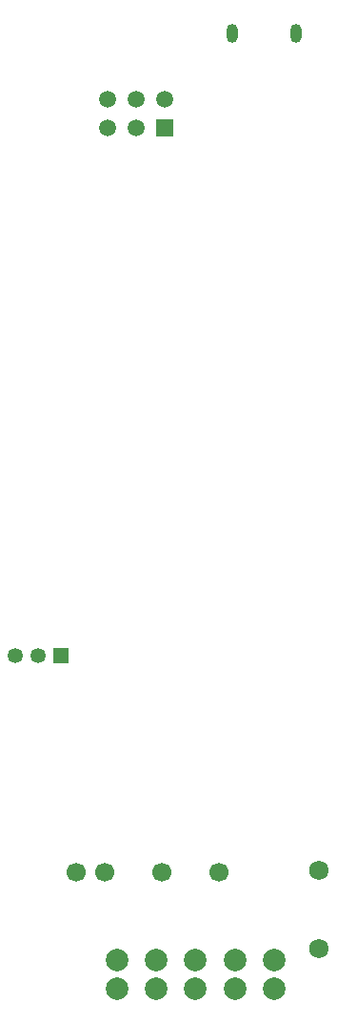
<source format=gbr>
%TF.GenerationSoftware,KiCad,Pcbnew,9.0.2*%
%TF.CreationDate,2025-06-10T08:24:41+03:00*%
%TF.ProjectId,PMMCU-ESP32C3,504d4d43-552d-4455-9350-333243332e6b,rev?*%
%TF.SameCoordinates,Original*%
%TF.FileFunction,Soldermask,Bot*%
%TF.FilePolarity,Negative*%
%FSLAX46Y46*%
G04 Gerber Fmt 4.6, Leading zero omitted, Abs format (unit mm)*
G04 Created by KiCad (PCBNEW 9.0.2) date 2025-06-10 08:24:41*
%MOMM*%
%LPD*%
G01*
G04 APERTURE LIST*
%ADD10R,1.500000X1.500000*%
%ADD11C,1.500000*%
%ADD12O,1.000000X1.700000*%
%ADD13C,2.000000*%
%ADD14C,1.725000*%
%ADD15C,1.700000*%
%ADD16R,1.350000X1.350000*%
%ADD17C,1.350000*%
G04 APERTURE END LIST*
D10*
%TO.C,SW4*%
X15240000Y36830000D03*
D11*
X12700000Y36830000D03*
X10160000Y36830000D03*
X10160000Y39370000D03*
X12700000Y39370000D03*
X15240000Y39370000D03*
%TD*%
D12*
%TO.C,J1*%
X26955029Y45202208D03*
X21305027Y45202208D03*
%TD*%
D13*
%TO.C,J6*%
X11000000Y-37000000D03*
X14500000Y-37000000D03*
X18000000Y-37000000D03*
X21500000Y-37000000D03*
X25000000Y-37000000D03*
X11000000Y-39500000D03*
X14500000Y-39500000D03*
X18000000Y-39500000D03*
X21500000Y-39500000D03*
X25000000Y-39500000D03*
%TD*%
D14*
%TO.C,U4*%
X29000000Y-36000000D03*
%TD*%
D15*
%TO.C,PS1*%
X7416800Y-29210000D03*
X9956800Y-29210000D03*
X15036800Y-29210000D03*
X20116800Y-29210000D03*
%TD*%
D16*
%TO.C,J7*%
X6000000Y-10000000D03*
D17*
X4000000Y-10000000D03*
X2000000Y-10000000D03*
%TD*%
D14*
%TO.C,U3*%
X29000000Y-29000000D03*
%TD*%
M02*

</source>
